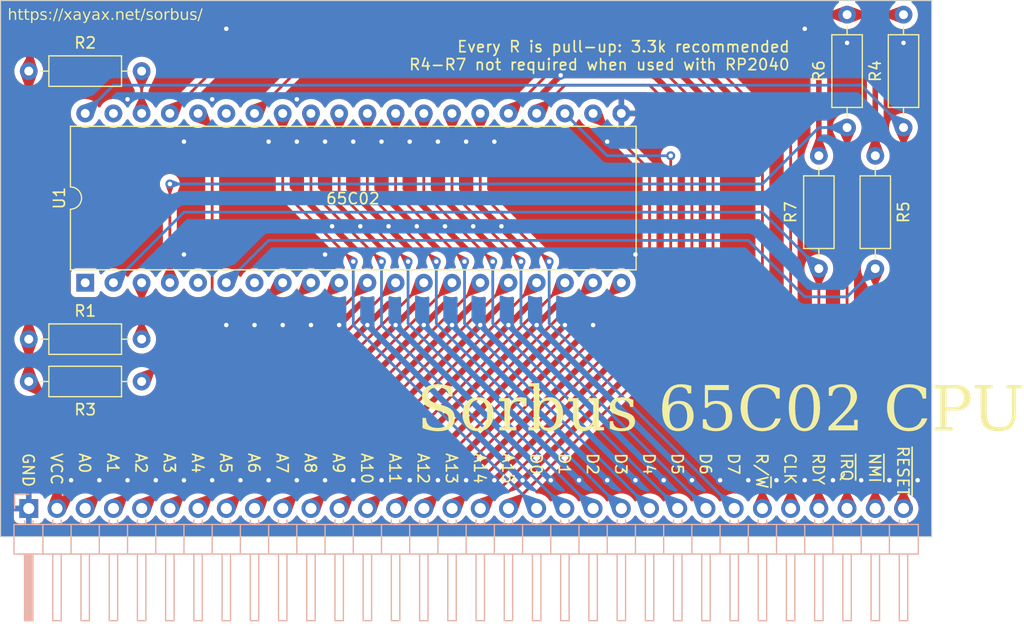
<source format=kicad_pcb>
(kicad_pcb (version 20221018) (generator pcbnew)
  (layers (0 "F.Cu" signal) (31 "B.Cu" signal) (34 "B.Paste" user) (35 "F.Paste" user) (36 "B.SilkS" user "B.Silkscreen") (37 "F.SilkS" user "F.Silkscreen") (38 "B.Mask" user) (39 "F.Mask" user) (44 "Edge.Cuts" user))
  (net 0 "")
  (net 1 "GND")
  (net 2 "VCC")
  (net 3 "A0")
  (net 4 "A1")
  (net 5 "A2")
  (net 6 "A3")
  (net 7 "A4")
  (net 8 "A5")
  (net 9 "A6")
  (net 10 "A7")
  (net 11 "A8")
  (net 12 "A9")
  (net 13 "A10")
  (net 14 "A11")
  (net 15 "A12")
  (net 16 "A13")
  (net 17 "A14")
  (net 18 "A15")
  (net 19 "D0")
  (net 20 "D1")
  (net 21 "D2")
  (net 22 "D3")
  (net 23 "D4")
  (net 24 "D5")
  (net 25 "D6")
  (net 26 "D7")
  (net 27 "R{slash}~{W}")
  (net 28 "CLK")
  (net 29 "RDY")
  (net 30 "~{IRQ}")
  (net 31 "~{NMI}")
  (net 32 "~{RESET}")
  (net 33 "Net-(U1-ϕ1)")
  (net 34 "Net-(U1-~{SO})")
  (net 35 "Net-(U1-BE)")
  (footprint "Resistor_THT:R_Axial_DIN0207_L6.3mm_D2.5mm_P10.16mm_Horizontal" (layer "F.Cu") (at 104.14 49.53 -90)
    (fp_text reference "R5" (at 5.08 -2.54 90) (layer "F.SilkS"))
    (fp_text value "R" hide)
    (pad "1" thru_hole circle (at 0 0 270) (size 1.6 1.6) (drill 0.8) (layers "*.Cu" "*.Mask") (net 2 "VCC"))
    (pad "2" thru_hole oval (at 10.16 0 270) (size 1.6 1.6) (drill 0.8) (layers "*.Cu" "*.Mask") (net 31 "~{NMI}"))
  )
  (footprint "Resistor_THT:R_Axial_DIN0207_L6.3mm_D2.5mm_P10.16mm_Horizontal" (layer "F.Cu") (at 27.94 66.04)
    (fp_text reference "R1" (at 5.08 -2.54) (layer "F.SilkS"))
    (fp_text value "R" hide)
    (pad "1" thru_hole circle (at 0 0) (size 1.6 1.6) (drill 0.8) (layers "*.Cu" "*.Mask") (net 2 "VCC"))
    (pad "2" thru_hole oval (at 10.16 0) (size 1.6 1.6) (drill 0.8) (layers "*.Cu" "*.Mask") (net 33 "Net-(U1-ϕ1)"))
  )
  (footprint "Resistor_THT:R_Axial_DIN0207_L6.3mm_D2.5mm_P10.16mm_Horizontal" (layer "F.Cu") (at 27.94 41.91)
    (fp_text reference "R2" (at 5.08 -2.54) (layer "F.SilkS"))
    (fp_text value "R" hide)
    (pad "1" thru_hole circle (at 0 0) (size 1.6 1.6) (drill 0.8) (layers "*.Cu" "*.Mask") (net 2 "VCC"))
    (pad "2" thru_hole oval (at 10.16 0) (size 1.6 1.6) (drill 0.8) (layers "*.Cu" "*.Mask") (net 34 "Net-(U1-~{SO})"))
  )
  (footprint "Package_DIP:DIP-40_W15.24mm" (layer "F.Cu") (at 33.02 60.96 90)
    (fp_text reference "U1" (at 7.62 -2.33 90) (layer "F.SilkS"))
    (fp_text value "W65C02SxP")
    (pad "1" thru_hole rect (at 0 0 90) (size 1.6 1.6) (drill 0.8) (layers "*.Cu" "*.Mask"))
    (pad "2" thru_hole oval (at 0 2.54 90) (size 1.6 1.6) (drill 0.8) (layers "*.Cu" "*.Mask") (net 29 "RDY"))
    (pad "3" thru_hole oval (at 0 5.08 90) (size 1.6 1.6) (drill 0.8) (layers "*.Cu" "*.Mask") (net 33 "Net-(U1-ϕ1)"))
    (pad "4" thru_hole oval (at 0 7.62 90) (size 1.6 1.6) (drill 0.8) (layers "*.Cu" "*.Mask") (net 30 "~{IRQ}"))
    (pad "5" thru_hole oval (at 0 10.16 90) (size 1.6 1.6) (drill 0.8) (layers "*.Cu" "*.Mask"))
    (pad "6" thru_hole oval (at 0 12.7 90) (size 1.6 1.6) (drill 0.8) (layers "*.Cu" "*.Mask") (net 31 "~{NMI}"))
    (pad "7" thru_hole oval (at 0 15.24 90) (size 1.6 1.6) (drill 0.8) (layers "*.Cu" "*.Mask"))
    (pad "8" thru_hole oval (at 0 17.78 90) (size 1.6 1.6) (drill 0.8) (layers "*.Cu" "*.Mask") (net 2 "VCC"))
    (pad "9" thru_hole oval (at 0 20.32 90) (size 1.6 1.6) (drill 0.8) (layers "*.Cu" "*.Mask") (net 3 "A0"))
    (pad "10" thru_hole oval (at 0 22.86 90) (size 1.6 1.6) (drill 0.8) (layers "*.Cu" "*.Mask") (net 4 "A1"))
    (pad "11" thru_hole oval (at 0 25.4 90) (size 1.6 1.6) (drill 0.8) (layers "*.Cu" "*.Mask") (net 5 "A2"))
    (pad "12" thru_hole oval (at 0 27.94 90) (size 1.6 1.6) (drill 0.8) (layers "*.Cu" "*.Mask") (net 6 "A3"))
    (pad "13" thru_hole oval (at 0 30.48 90) (size 1.6 1.6) (drill 0.8) (layers "*.Cu" "*.Mask") (net 7 "A4"))
    (pad "14" thru_hole oval (at 0 33.02 90) (size 1.6 1.6) (drill 0.8) (layers "*.Cu" "*.Mask") (net 8 "A5"))
    (pad "15" thru_hole oval (at 0 35.56 90) (size 1.6 1.6) (drill 0.8) (layers "*.Cu" "*.Mask") (net 9 "A6"))
    (pad "16" thru_hole oval (at 0 38.1 90) (size 1.6 1.6) (drill 0.8) (layers "*.Cu" "*.Mask") (net 10 "A7"))
    (pad "17" thru_hole oval (at 0 40.64 90) (size 1.6 1.6) (drill 0.8) (layers "*.Cu" "*.Mask") (net 11 "A8"))
    (pad "18" thru_hole oval (at 0 43.18 90) (size 1.6 1.6) (drill 0.8) (layers "*.Cu" "*.Mask") (net 12 "A9"))
    (pad "19" thru_hole oval (at 0 45.72 90) (size 1.6 1.6) (drill 0.8) (layers "*.Cu" "*.Mask") (net 13 "A10"))
    (pad "20" thru_hole oval (at 0 48.26 90) (size 1.6 1.6) (drill 0.8) (layers "*.Cu" "*.Mask") (net 14 "A11"))
    (pad "21" thru_hole oval (at 15.24 48.26 90) (size 1.6 1.6) (drill 0.8) (layers "*.Cu" "*.Mask") (net 1 "GND"))
    (pad "22" thru_hole oval (at 15.24 45.72 90) (size 1.6 1.6) (drill 0.8) (layers "*.Cu" "*.Mask") (net 15 "A12"))
    (pad "23" thru_hole oval (at 15.24 43.18 90) (size 1.6 1.6) (drill 0.8) (layers "*.Cu" "*.Mask") (net 16 "A13"))
    (pad "24" thru_hole oval (at 15.24 40.64 90) (size 1.6 1.6) (drill 0.8) (layers "*.Cu" "*.Mask") (net 17 "A14"))
    (pad "25" thru_hole oval (at 15.24 38.1 90) (size 1.6 1.6) (drill 0.8) (layers "*.Cu" "*.Mask") (net 18 "A15"))
    (pad "26" thru_hole oval (at 15.24 35.56 90) (size 1.6 1.6) (drill 0.8) (layers "*.Cu" "*.Mask") (net 26 "D7"))
    (pad "27" thru_hole oval (at 15.24 33.02 90) (size 1.6 1.6) (drill 0.8) (layers "*.Cu" "*.Mask") (net 25 "D6"))
    (pad "28" thru_hole oval (at 15.24 30.48 90) (size 1.6 1.6) (drill 0.8) (layers "*.Cu" "*.Mask") (net 24 "D5"))
    (pad "29" thru_hole oval (at 15.24 27.94 90) (size 1.6 1.6) (drill 0.8) (layers "*.Cu" "*.Mask") (net 23 "D4"))
    (pad "30" thru_hole oval (at 15.24 25.4 90) (size 1.6 1.6) (drill 0.8) (layers "*.Cu" "*.Mask") (net 22 "D3"))
    (pad "31" thru_hole oval (at 15.24 22.86 90) (size 1.6 1.6) (drill 0.8) (layers "*.Cu" "*.Mask") (net 21 "D2"))
    (pad "32" thru_hole oval (at 15.24 20.32 90) (size 1.6 1.6) (drill 0.8) (layers "*.Cu" "*.Mask") (net 20 "D1"))
    (pad "33" thru_hole oval (at 15.24 17.78 90) (size 1.6 1.6) (drill 0.8) (layers "*.Cu" "*.Mask") (net 19 "D0"))
    (pad "34" thru_hole oval (at 15.24 15.24 90) (size 1.6 1.6) (drill 0.8) (layers "*.Cu" "*.Mask") (net 27 "R{slash}~{W}"))
    (pad "35" thru_hole oval (at 15.24 12.7 90) (size 1.6 1.6) (drill 0.8) (layers "*.Cu" "*.Mask"))
    (pad "36" thru_hole oval (at 15.24 10.16 90) (size 1.6 1.6) (drill 0.8) (layers "*.Cu" "*.Mask") (net 35 "Net-(U1-BE)"))
    (pad "37" thru_hole oval (at 15.24 7.62 90) (size 1.6 1.6) (drill 0.8) (layers "*.Cu" "*.Mask") (net 28 "CLK"))
    (pad "38" thru_hole oval (at 15.24 5.08 90) (size 1.6 1.6) (drill 0.8) (layers "*.Cu" "*.Mask") (net 34 "Net-(U1-~{SO})"))
    (pad "39" thru_hole oval (at 15.24 2.54 90) (size 1.6 1.6) (drill 0.8) (layers "*.Cu" "*.Mask"))
    (pad "40" thru_hole oval (at 15.24 0 90) (size 1.6 1.6) (drill 0.8) (layers "*.Cu" "*.Mask") (net 32 "~{RESET}"))
  )
  (footprint "Resistor_THT:R_Axial_DIN0207_L6.3mm_D2.5mm_P10.16mm_Horizontal" (layer "F.Cu") (at 99.06 49.53 -90)
    (fp_text reference "R7" (at 5.08 2.54 90) (layer "F.SilkS"))
    (fp_text value "R" hide)
    (pad "1" thru_hole circle (at 0 0 270) (size 1.6 1.6) (drill 0.8) (layers "*.Cu" "*.Mask") (net 2 "VCC"))
    (pad "2" thru_hole oval (at 10.16 0 270) (size 1.6 1.6) (drill 0.8) (layers "*.Cu" "*.Mask") (net 29 "RDY"))
  )
  (footprint "Resistor_THT:R_Axial_DIN0207_L6.3mm_D2.5mm_P10.16mm_Horizontal" (layer "F.Cu") (at 101.6 36.83 -90)
    (fp_text reference "R6" (at 5.08 2.54 90) (layer "F.SilkS"))
    (fp_text value "R" hide)
    (pad "1" thru_hole circle (at 0 0 270) (size 1.6 1.6) (drill 0.8) (layers "*.Cu" "*.Mask") (net 2 "VCC"))
    (pad "2" thru_hole oval (at 10.16 0 270) (size 1.6 1.6) (drill 0.8) (layers "*.Cu" "*.Mask") (net 30 "~{IRQ}"))
  )
  (footprint "Resistor_THT:R_Axial_DIN0207_L6.3mm_D2.5mm_P10.16mm_Horizontal" (layer "F.Cu") (at 106.68 36.83 -90)
    (fp_text reference "R4" (at 5.08 2.54 90) (layer "F.SilkS"))
    (fp_text value "R" hide)
    (pad "1" thru_hole circle (at 0 0 270) (size 1.6 1.6) (drill 0.8) (layers "*.Cu" "*.Mask") (net 2 "VCC"))
    (pad "2" thru_hole oval (at 10.16 0 270) (size 1.6 1.6) (drill 0.8) (layers "*.Cu" "*.Mask") (net 32 "~{RESET}"))
  )
  (footprint "Resistor_THT:R_Axial_DIN0207_L6.3mm_D2.5mm_P10.16mm_Horizontal" (layer "F.Cu") (at 27.94 69.85)
    (fp_text reference "R3" (at 5.08 2.54) (layer "F.SilkS"))
    (fp_text value "R" hide)
    (pad "1" thru_hole circle (at 0 0) (size 1.6 1.6) (drill 0.8) (layers "*.Cu" "*.Mask") (net 2 "VCC"))
    (pad "2" thru_hole oval (at 10.16 0) (size 1.6 1.6) (drill 0.8) (layers "*.Cu" "*.Mask") (net 35 "Net-(U1-BE)"))
  )
  (footprint "Connector_PinHeader_2.54mm:PinHeader_1x32_P2.54mm_Horizontal" (layer "B.Cu") (at 27.94 81.28 -90)
    (fp_text reference "J1" hide)
    (fp_text value "Conn_01x32_Pin" hide)
    (pad "1" thru_hole rect (at 0 0 270) (size 1.7 1.7) (drill 1) (layers "*.Cu" "*.Mask") (net 1 "GND"))
    (pad "2" thru_hole oval (at 0 -2.54 270) (size 1.7 1.7) (drill 1) (layers "*.Cu" "*.Mask") (net 2 "VCC"))
    (pad "3" thru_hole oval (at 0 -5.08 270) (size 1.7 1.7) (drill 1) (layers "*.Cu" "*.Mask") (net 3 "A0"))
    (pad "4" thru_hole oval (at 0 -7.62 270) (size 1.7 1.7) (drill 1) (layers "*.Cu" "*.Mask") (net 4 "A1"))
    (pad "5" thru_hole oval (at 0 -10.16 270) (size 1.7 1.7) (drill 1) (layers "*.Cu" "*.Mask") (net 5 "A2"))
    (pad "6" thru_hole oval (at 0 -12.7 270) (size 1.7 1.7) (drill 1) (layers "*.Cu" "*.Mask") (net 6 "A3"))
    (pad "7" thru_hole oval (at 0 -15.24 270) (size 1.7 1.7) (drill 1) (layers "*.Cu" "*.Mask") (net 7 "A4"))
    (pad "8" thru_hole oval (at 0 -17.78 270) (size 1.7 1.7) (drill 1) (layers "*.Cu" "*.Mask") (net 8 "A5"))
    (pad "9" thru_hole oval (at 0 -20.32 270) (size 1.7 1.7) (drill 1) (layers "*.Cu" "*.Mask") (net 9 "A6"))
    (pad "10" thru_hole oval (at 0 -22.86 270) (size 1.7 1.7) (drill 1) (layers "*.Cu" "*.Mask") (net 10 "A7"))
    (pad "11" thru_hole oval (at 0 -25.4 270) (size 1.7 1.7) (drill 1) (layers "*.Cu" "*.Mask") (net 11 "A8"))
    (pad "12" thru_hole oval (at 0 -27.94 270) (size 1.7 1.7) (drill 1) (layers "*.Cu" "*.Mask") (net 12 "A9"))
    (pad "13" thru_hole oval (at 0 -30.48 270) (size 1.7 1.7) (drill 1) (layers "*.Cu" "*.Mask") (net 13 "A10"))
    (pad "14" thru_hole oval (at 0 -33.02 270) (size 1.7 1.7) (drill 1) (layers "*.Cu" "*.Mask") (net 14 "A11"))
    (pad "15" thru_hole oval (at 0 -35.56 270) (size 1.7 1.7) (drill 1) (layers "*.Cu" "*.Mask") (net 15 "A12"))
    (pad "16" thru_hole oval (at 0 -38.1 270) (size 1.7 1.7) (drill 1) (layers "*.Cu" "*.Mask") (net 16 "A13"))
    (pad "17" thru_hole oval (at 0 -40.64 270) (size 1.7 1.7) (drill 1) (layers "*.Cu" "*.Mask") (net 17 "A14"))
    (pad "18" thru_hole oval (at 0 -43.18 270) (size 1.7 1.7) (drill 1) (layers "*.Cu" "*.Mask") (net 18 "A15"))
    (pad "19" thru_hole oval (at 0 -45.72 270) (size 1.7 1.7) (drill 1) (layers "*.Cu" "*.Mask") (net 19 "D0"))
    (pad "20" thru_hole oval (at 0 -48.26 270) (size 1.7 1.7) (drill 1) (layers "*.Cu" "*.Mask") (net 20 "D1"))
    (pad "21" thru_hole oval (at 0 -50.8 270) (size 1.7 1.7) (drill 1) (layers "*.Cu" "*.Mask") (net 21 "D2"))
    (pad "22" thru_hole oval (at 0 -53.34 270) (size 1.7 1.7) (drill 1) (layers "*.Cu" "*.Mask") (net 22 "D3"))
    (pad "23" thru_hole oval (at 0 -55.88 270) (size 1.7 1.7) (drill 1) (layers "*.Cu" "*.Mask") (net 23 "D4"))
    (pad "24" thru_hole oval (at 0 -58.42 270) (size 1.7 1.7) (drill 1) (layers "*.Cu" "*.Mask") (net 24 "D5"))
    (pad "25" thru_hole oval (at 0 -60.96 270) (size 1.7 1.7) (drill 1) (layers "*.Cu" "*.Mask") (net 25 "D6"))
    (pad "26" thru_hole oval (at 0 -63.5 270) (size 1.7 1.7) (drill 1) (layers "*.Cu" "*.Mask") (net 26 "D7"))
    (pad "27" thru_hole oval (at 0 -66.04 270) (size 1.7 1.7) (drill 1) (layers "*.Cu" "*.Mask") (net 27 "R{slash}~{W}"))
    (pad "28" thru_hole oval (at 0 -68.58 270) (size 1.7 1.7) (drill 1) (layers "*.Cu" "*.Mask") (net 28 "CLK"))
    (pad "29" thru_hole oval (at 0 -71.12 270) (size 1.7 1.7) (drill 1) (layers "*.Cu" "*.Mask") (net 29 "RDY"))
    (pad "30" thru_hole oval (at 0 -73.66 270) (size 1.7 1.7) (drill 1) (layers "*.Cu" "*.Mask") (net 30 "~{IRQ}"))
    (pad "31" thru_hole oval (at 0 -76.2 270) (size 1.7 1.7) (drill 1) (layers "*.Cu" "*.Mask") (net 31 "~{NMI}"))
    (pad "32" thru_hole oval (at 0 -78.74 270) (size 1.7 1.7) (drill 1) (layers "*.Cu" "*.Mask") (net 32 "~{RESET}"))
  )
  (gr_line (start 25.4 35.56) (end 109.22 35.56) (stroke (width 0.1)) (layer "Edge.Cuts"))
  (gr_line (start 25.4 83.82) (end 25.4 35.56) (stroke (width 0.1)) (layer "Edge.Cuts"))
  (gr_line (start 109.22 35.56) (end 109.22 83.82) (stroke (width 0.1)) (layer "Edge.Cuts"))
  (gr_line (start 109.22 83.82) (end 25.4 83.82) (stroke (width 0.1)) (layer "Edge.Cuts"))
  (gr_text "D5" (at 85.725 76.2 270) (layer "F.SilkS") (effects (font (size 1 1)) (justify left bottom)))
  (gr_text "A4" (at 42.545 76.2 270) (layer "F.SilkS") (effects (font (size 1 1)) (justify left bottom)))
  (gr_text "A6" (at 47.625 76.2 270) (layer "F.SilkS") (effects (font (size 1 1)) (justify left bottom)))
  (gr_text "~{IRQ}" (at 100.965 76.2 270) (layer "F.SilkS") (effects (font (size 1 1)) (justify left bottom)))
  (gr_text "~{RESET}" (at 106.045 75.565 -90) (layer "F.SilkS") (effects (font (size 1 1)) (justify left bottom)))
  (gr_text "D0" (at 73.025 76.2 270) (layer "F.SilkS") (effects (font (size 1 1)) (justify left bottom)))
  (gr_text "VCC" (at 29.845 76.2 270) (layer "F.SilkS") (effects (font (size 1 1)) (justify left bottom)))
  (gr_text "RDY" (at 98.425 76.2 270) (layer "F.SilkS") (effects (font (size 1 1)) (justify left bottom)))
  (gr_text "D6" (at 88.265 76.2 270) (layer "F.SilkS") (effects (font (size 1 1)) (justify left bottom)))
  (gr_text "A1" (at 34.925 76.2 270) (layer "F.SilkS") (effects (font (size 1 1)) (justify left bottom)))
  (gr_text "A14" (at 67.945 76.2 270) (layer "F.SilkS") (effects (font (size 1 1)) (justify left bottom)))
  (gr_text "A3" (at 40.005 76.2 -90) (layer "F.SilkS") (effects (font (size 1 1)) (justify left bottom)))
  (gr_text "A10" (at 57.785 76.2 270) (layer "F.SilkS") (effects (font (size 1 1)) (justify left bottom)))
  (gr_text "A12" (at 62.865 76.2 270) (layer "F.SilkS") (effects (font (size 1 1)) (justify left bottom)))
  (gr_text "CLK" (at 95.885 76.2 270) (layer "F.SilkS") (effects (font (size 1 1)) (justify left bottom)))
  (gr_text "A11" (at 60.325 76.2 270) (layer "F.SilkS") (effects (font (size 1 1)) (justify left bottom)))
  (gr_text "A5" (at 45.085 76.2 270) (layer "F.SilkS") (effects (font (size 1 1)) (justify left bottom)))
  (gr_text "A2" (at 37.465 76.2 270) (layer "F.SilkS") (effects (font (size 1 1)) (justify left bottom)))
  (gr_text "R/~{W}" (at 93.345 76.2 -90) (layer "F.SilkS") (effects (font (size 1 1)) (justify left bottom)))
  (gr_text "Sorbus 65C02 CPU" (at 62.865 74.93) (layer "F.SilkS") (effects (font (size 4 4) (thickness 0.125)) (justify left bottom)))
  (gr_text "A13" (at 65.405 76.2 270) (layer "F.SilkS") (effects (font (size 1 1)) (justify left bottom)))
  (gr_text "~{NMI}" (at 103.505 76.2 270) (layer "F.SilkS") (effects (font (size 1 1)) (justify left bottom)))
  (gr_text "A0" (at 32.385 76.2 -90) (layer "F.SilkS") (effects (font (size 1 1)) (justify left bottom)))
  (gr_text "A9" (at 55.245 76.2 270) (layer "F.SilkS") (effects (font (size 1 1)) (justify left bottom)))
  (gr_text "Every R is pull-up: 3.3k recommended\nR4-R7 not required when used with RP2040" (at 96.52 41.91) (layer "F.SilkS") (effects (font (size 1 1)) (justify right bottom)))
  (gr_text "GND" (at 27.305 76.2 -90) (layer "F.SilkS") (effects (font (size 1 1)) (justify left bottom)))
  (gr_text "D4" (at 83.185 76.2 270) (layer "F.SilkS") (effects (font (size 1 1)) (justify left bottom)))
  (gr_text "D1" (at 75.565 76.2 270) (layer "F.SilkS") (effects (font (size 1 1)) (justify left bottom)))
  (gr_text "D2" (at 78.105 76.2 270) (layer "F.SilkS") (effects (font (size 1 1)) (justify left bottom)))
  (gr_text "D7" (at 90.805 76.2 270) (layer "F.SilkS") (effects (font (size 1 1)) (justify left bottom)))
  (gr_text "https://xayax.net/sorbus/" (at 26.035 37.465) (layer "F.SilkS") (effects (font (size 1 1)) (justify left bottom)))
  (gr_text "A8" (at 52.705 76.2 270) (layer "F.SilkS") (effects (font (size 1 1)) (justify left bottom)))
  (gr_text "65C02" (at 54.61 53.975) (layer "F.SilkS") (effects (font (size 1 1)) (justify left bottom)))
  (gr_text "D3" (at 80.645 76.2 270) (layer "F.SilkS") (effects (font (size 1 1)) (justify left bottom)))
  (gr_text "A7" (at 50.165 76.2 270) (layer "F.SilkS") (effects (font (size 1 1)) (justify left bottom)))
  (gr_text "A15" (at 70.485 76.2 270) (layer "F.SilkS") (effects (font (size 1 1)) (justify left bottom)))
  (via (at 76.2 64.77) (size 0.8) (drill 0.4) (layers "F.Cu" "B.Cu") (net 1))
  (via (at 62.23 48.26) (size 0.8) (drill 0.4) (layers "F.Cu" "B.Cu") (net 1))
  (via (at 82.55 58.42) (size 0.8) (drill 0.4) (layers "F.Cu" "B.Cu") (net 1))
  (via (at 48.26 64.77) (size 0.8) (drill 0.4) (layers "F.Cu" "B.Cu") (net 1))
  (via (at 90.17 78.74) (size 0.8) (drill 0.4) (layers "F.Cu" "B.Cu") (net 1))
  (via (at 52.07 78.74) (size 0.8) (drill 0.4) (layers "F.Cu" "B.Cu") (net 1))
  (via (at 41.91 58.42) (size 0.8) (drill 0.4) (layers "F.Cu" "B.Cu") (net 1))
  (via (at 39.37 78.74) (size 0.8) (drill 0.4) (layers "F.Cu" "B.Cu") (net 1))
  (via (at 53.34 64.77) (size 0.8) (drill 0.4) (layers "F.Cu" "B.Cu") (net 1))
  (via (at 44.45 44.45) (size 0.8) (drill 0.4) (layers "F.Cu" "B.Cu") (net 1))
  (via (at 57.15 78.74) (size 0.8) (drill 0.4) (layers "F.Cu" "B.Cu") (net 1))
  (via (at 45.72 64.77) (size 0.8) (drill 0.4) (layers "F.Cu" "B.Cu") (net 1))
  (via (at 80.01 48.26) (size 0.8) (drill 0.4) (layers "F.Cu" "B.Cu") (net 1))
  (via (at 57.15 48.26) (size 0.8) (drill 0.4) (layers "F.Cu" "B.Cu") (net 1))
  (via (at 44.45 78.74) (size 0.8) (drill 0.4) (layers "F.Cu" "B.Cu") (net 1))
  (via (at 64.77 48.26) (size 0.8) (drill 0.4) (layers "F.Cu" "B.Cu") (net 1))
  (via (at 54.61 78.74) (size 0.8) (drill 0.4) (layers "F.Cu" "B.Cu") (net 1))
  (via (at 68.58 64.77) (size 0.8) (drill 0.4) (layers "F.Cu" "B.Cu") (net 1))
  (via (at 36.83 78.74) (size 0.8) (drill 0.4) (layers "F.Cu" "B.Cu") (net 1))
  (via (at 107.95 78.74) (size 0.8) (drill 0.4) (layers "F.Cu" "B.Cu") (net 1))
  (via (at 59.69 48.26) (size 0.8) (drill 0.4) (layers "F.Cu" "B.Cu") (net 1))
  (via (at 67.31 78.74) (size 0.8) (drill 0.4) (layers "F.Cu" "B.Cu") (net 1))
  (via (at 69.85 48.26) (size 0.8) (drill 0.4) (layers "F.Cu" "B.Cu") (net 1))
  (via (at 77.47 78.74) (size 0.8) (drill 0.4) (layers "F.Cu" "B.Cu") (net 1))
  (via (at 71.12 64.77) (size 0.8) (drill 0.4) (layers "F.Cu" "B.Cu") (net 1))
  (via (at 57.785 55.88) (size 0.8) (drill 0.4) (layers "F.Cu" "B.Cu") (net 1))
  (via (at 31.75 78.74) (size 0.8) (drill 0.4) (layers "F.Cu" "B.Cu") (net 1))
  (via (at 64.77 78.74) (size 0.8) (drill 0.4) (layers "F.Cu" "B.Cu") (net 1))
  (via (at 85.09 78.74) (size 0.8) (drill 0.4) (layers "F.Cu" "B.Cu") (net 1))
  (via (at 80.01 78.74) (size 0.8) (drill 0.4) (layers "F.Cu" "B.Cu") (net 1))
  (via (at 50.8 64.77) (size 0.8) (drill 0.4) (layers "F.Cu" "B.Cu") (net 1))
  (via (at 46.99 78.74) (size 0.8) (drill 0.4) (layers "F.Cu" "B.Cu") (net 1))
  (via (at 106.68 39.37) (size 0.8) (drill 0.4) (layers "F.Cu" "B.Cu") (net 1))
  (via (at 87.63 78.74) (size 0.8) (drill 0.4) (layers "F.Cu" "B.Cu") (net 1))
  (via (at 102.87 78.74) (size 0.8) (drill 0.4) (layers "F.Cu" "B.Cu") (net 1))
  (via (at 52.07 44.45) (size 0.8) (drill 0.4) (layers "F.Cu" "B.Cu") (net 1))
  (via (at 100.33 78.74) (size 0.8) (drill 0.4) (layers "F.Cu" "B.Cu") (net 1))
  (via (at 55.88 64.77) (size 0.8) (drill 0.4) (layers "F.Cu" "B.Cu") (net 1))
  (via (at 97.79 78.74) (size 0.8) (drill 0.4) (layers "F.Cu" "B.Cu") (net 1))
  (via (at 67.31 48.26) (size 0.8) (drill 0.4) (layers "F.Cu" "B.Cu") (net 1))
  (via (at 97.79 38.1) (size 0.8) (drill 0.4) (layers "F.Cu" "B.Cu") (net 1))
  (via (at 49.53 48.26) (size 0.8) (drill 0.4) (layers "F.Cu" "B.Cu") (net 1))
  (via (at 66.04 64.77) (size 0.8) (drill 0.4) (layers "F.Cu" "B.Cu") (net 1))
  (via (at 101.6 39.37) (size 0.8) (drill 0.4) (layers "F.Cu" "B.Cu") (net 1))
  (via (at 59.69 78.74) (size 0.8) (drill 0.4) (layers "F.Cu" "B.Cu") (net 1))
  (via (at 60.325 55.88) (size 0.8) (drill 0.4) (layers "F.Cu" "B.Cu") (net 1))
  (via (at 58.42 64.77) (size 0.8) (drill 0.4) (layers "F.Cu" "B.Cu") (net 1))
  (via (at 34.29 78.74) (size 0.8) (drill 0.4) (layers "F.Cu" "B.Cu") (net 1))
  (via (at 92.71 78.74) (size 0.8) (drill 0.4) (layers "F.Cu" "B.Cu") (net 1))
  (via (at 69.85 78.74) (size 0.8) (drill 0.4) (layers "F.Cu" "B.Cu") (net 1))
  (via (at 49.53 78.74) (size 0.8) (drill 0.4) (layers "F.Cu" "B.Cu") (net 1))
  (via (at 62.23 78.74) (size 0.8) (drill 0.4) (layers "F.Cu" "B.Cu") (net 1))
  (via (at 36.83 44.45) (size 0.8) (drill 0.4) (layers "F.Cu" "B.Cu") (net 1))
  (via (at 67.945 55.88) (size 0.8) (drill 0.4) (layers "F.Cu" "B.Cu") (net 1))
  (via (at 95.25 78.74) (size 0.8) (drill 0.4) (layers "F.Cu" "B.Cu") (net 1))
  (via (at 63.5 64.77) (size 0.8) (drill 0.4) (layers "F.Cu" "B.Cu") (net 1))
  (via (at 55.245 55.88) (size 0.8) (drill 0.4) (layers "F.Cu" "B.Cu") (net 1))
  (via (at 41.91 78.74) (size 0.8) (drill 0.4) (layers "F.Cu" "B.Cu") (net 1))
  (via (at 54.61 48.26) (size 0.8) (drill 0.4) (layers "F.Cu" "B.Cu") (net 1))
  (via (at 72.39 78.74) (size 0.8) (drill 0.4) (layers "F.Cu" "B.Cu") (net 1))
  (via (at 105.41 78.74) (size 0.8) (drill 0.4) (layers "F.Cu" "B.Cu") (net 1))
  (via (at 82.55 78.74) (size 0.8) (drill 0.4) (layers "F.Cu" "B.Cu") (net 1))
  (via (at 78.74 64.77) (size 0.8) (drill 0.4) (layers "F.Cu" "B.Cu") (net 1))
  (via (at 65.405 55.88) (size 0.8) (drill 0.4) (layers "F.Cu" "B.Cu") (net 1))
  (via (at 52.07 48.26) (size 0.8) (drill 0.4) (layers "F.Cu" "B.Cu") (net 1))
  (via (at 73.66 64.77) (size 0.8) (drill 0.4) (layers "F.Cu" "B.Cu") (net 1))
  (via (at 74.93 78.74) (size 0.8) (drill 0.4) (layers "F.Cu" "B.Cu") (net 1))
  (via (at 54.61 58.42) (size 0.8) (drill 0.4) (layers "F.Cu" "B.Cu") (net 1))
  (via (at 41.91 48.26) (size 0.8) (drill 0.4) (layers "F.Cu" "B.Cu") (net 1))
  (via (at 45.72 38.1) (size 0.8) (drill 0.4) (layers "F.Cu" "B.Cu") (net 1))
  (via (at 70.485 55.88) (size 0.8) (drill 0.4) (layers "F.Cu" "B.Cu") (net 1))
  (via (at 60.96 64.77) (size 0.8) (drill 0.4) (layers "F.Cu" "B.Cu") (net 1))
  (via (at 62.865 55.88) (size 0.8) (drill 0.4) (layers "F.Cu" "B.Cu") (net 1))
  (via (at 75.819 42.291) (size 0.8) (drill 0.4) (layers "F.Cu" "B.Cu") (net 1))
  (segment (start 31.75 36.83) (end 99.06 36.83) (width 0.5) (layer "F.Cu") (net 2))
  (segment (start 27.94 40.64) (end 31.75 36.83) (width 0.5) (layer "F.Cu") (net 2))
  (segment (start 27.94 41.91) (end 27.94 66.04) (width 0.5) (layer "F.Cu") (net 2))
  (segment (start 27.94 69.85) (end 27.94 66.04) (width 0.5) (layer "F.Cu") (net 2))
  (segment (start 101.6 36.83) (end 104.14 36.83) (width 0.5) (layer "F.Cu") (net 2))
  (segment (start 104.14 49.53) (end 104.14 36.83) (width 0.5) (layer "F.Cu") (net 2))
  (segment (start 27.94 41.91) (end 27.94 40.64) (width 0.5) (layer "F.Cu") (net 2))
  (segment (start 30.48 81.28) (end 50.8 60.96) (width 0.5) (layer "F.Cu") (net 2))
  (segment (start 99.06 49.53) (end 99.06 36.83) (width 0.5) (layer "F.Cu") (net 2))
  (segment (start 30.48 81.28) (end 30.48 72.39) (width 0.5) (layer "F.Cu") (net 2))
  (segment (start 99.06 36.83) (end 101.6 36.83) (width 0.5) (layer "F.Cu") (net 2))
  (segment (start 104.14 36.83) (end 106.68 36.83) (width 0.5) (layer "F.Cu") (net 2))
  (segment (start 30.48 72.39) (end 27.94 69.85) (width 0.5) (layer "F.Cu") (net 2))
  (segment (start 33.02 81.28) (end 53.34 60.96) (width 0.25) (layer "F.Cu") (net 3))
  (segment (start 35.56 81.28) (end 55.88 60.96) (width 0.25) (layer "F.Cu") (net 4))
  (segment (start 38.1 81.28) (end 58.42 60.96) (width 0.25) (layer "F.Cu") (net 5))
  (segment (start 40.64 81.28) (end 60.96 60.96) (width 0.25) (layer "F.Cu") (net 6))
  (segment (start 43.18 81.28) (end 63.5 60.96) (width 0.25) (layer "F.Cu") (net 7))
  (segment (start 45.72 81.28) (end 66.04 60.96) (width 0.25) (layer "F.Cu") (net 8))
  (segment (start 48.26 81.28) (end 68.58 60.96) (width 0.25) (layer "F.Cu") (net 9))
  (segment (start 50.8 81.28) (end 71.12 60.96) (width 0.25) (layer "F.Cu") (net 10))
  (segment (start 53.34 81.28) (end 73.66 60.96) (width 0.25) (layer "F.Cu") (net 11))
  (segment (start 55.88 81.28) (end 76.2 60.96) (width 0.25) (layer "F.Cu") (net 12))
  (segment (start 58.42 81.28) (end 78.74 60.96) (width 0.25) (layer "F.Cu") (net 13))
  (segment (start 60.96 81.28) (end 81.28 60.96) (width 0.25) (layer "F.Cu") (net 14))
  (segment (start 83.82 50.8) (end 78.74 45.72) (width 0.25) (layer "F.Cu") (net 15))
  (segment (start 83.82 60.96) (end 83.82 50.8) (width 0.25) (layer "F.Cu") (net 15))
  (segment (start 63.5 81.28) (end 83.82 60.96) (width 0.25) (layer "F.Cu") (net 15))
  (segment (start 85.725 61.595) (end 85.725 49.53) (width 0.25) (layer "F.Cu") (net 16))
  (segment (start 66.04 81.28) (end 85.725 61.595) (width 0.25) (layer "F.Cu") (net 16))
  (via (at 85.725 49.53) (size 0.8) (drill 0.4) (layers "F.Cu" "B.Cu") (net 16))
  (segment (start 76.2 45.72) (end 80.01 49.53) (width 0.25) (layer "B.Cu") (net 16))
  (segment (start 80.01 49.53) (end 85.725 49.53) (width 0.25) (layer "B.Cu") (net 16))
  (segment (start 87.63 62.23) (end 87.63 46.99) (width 0.25) (layer "F.Cu") (net 17))
  (segment (start 76.2 43.18) (end 73.66 45.72) (width 0.25) (layer "F.Cu") (net 17))
  (segment (start 68.58 81.28) (end 87.63 62.23) (width 0.25) (layer "F.Cu") (net 17))
  (segment (start 83.82 43.18) (end 76.2 43.18) (width 0.25) (layer "F.Cu") (net 17))
  (segment (start 87.63 46.99) (end 83.82 43.18) (width 0.25) (layer "F.Cu") (net 17))
  (segment (start 71.12 45.72) (end 75.565 41.275) (width 0.25) (layer "F.Cu") (net 18))
  (segment (start 84.455 41.275) (end 89.535 46.355) (width 0.25) (layer "F.Cu") (net 18))
  (segment (start 89.535 62.865) (end 71.12 81.28) (width 0.25) (layer "F.Cu") (net 18))
  (segment (start 75.565 41.275) (end 84.455 41.275) (width 0.25) (layer "F.Cu") (net 18))
  (segment (start 89.535 46.355) (end 89.535 62.865) (width 0.25) (layer "F.Cu") (net 18))
  (segment (start 50.8 45.72) (end 50.8 52.705) (width 0.25) (layer "F.Cu") (net 19))
  (segment (start 50.8 52.705) (end 57.15 59.055) (width 0.25) (layer "F.Cu") (net 19))
  (via (at 57.15 59.055) (size 0.8) (drill 0.4) (layers "F.Cu" "B.Cu") (net 19))
  (segment (start 73.66 81.28) (end 57.15 64.77) (width 0.25) (layer "B.Cu") (net 19))
  (segment (start 57.15 64.77) (end 57.15 59.055) (width 0.25) (layer "B.Cu") (net 19))
  (segment (start 53.34 45.72) (end 53.34 52.705) (width 0.25) (layer "F.Cu") (net 20))
  (segment (start 53.34 52.705) (end 59.69 59.055) (width 0.25) (layer "F.Cu") (net 20))
  (via (at 59.69 59.055) (size 0.8) (drill 0.4) (layers "F.Cu" "B.Cu") (net 20))
  (segment (start 59.69 64.77) (end 59.69 59.055) (width 0.25) (layer "B.Cu") (net 20))
  (segment (start 76.2 81.28) (end 59.69 64.77) (width 0.25) (layer "B.Cu") (net 20))
  (segment (start 55.88 52.85) (end 62.085 59.055) (width 0.25) (layer "F.Cu") (net 21))
  (segment (start 55.88 45.72) (end 55.88 52.85) (width 0.25) (layer "F.Cu") (net 21))
  (via (at 62.085 59.055) (size 0.8) (drill 0.4) (layers "F.Cu" "B.Cu") (net 21))
  (segment (start 62.085 64.625) (end 62.085 59.055) (width 0.25) (layer "B.Cu") (net 21))
  (segment (start 78.74 81.28) (end 62.085 64.625) (width 0.25) (layer "B.Cu") (net 21))
  (segment (start 58.42 52.85) (end 64.625 59.055) (width 0.25) (layer "F.Cu") (net 22))
  (segment (start 58.42 45.72) (end 58.42 52.85) (width 0.25) (layer "F.Cu") (net 22))
  (via (at 64.625 59.055) (size 0.8) (drill 0.4) (layers "F.Cu" "B.Cu") (net 22))
  (segment (start 64.625 64.625) (end 64.625 59.055) (width 0.25) (layer "B.Cu") (net 22))
  (segment (start 81.28 81.28) (end 64.625 64.625) (width 0.25) (layer "B.Cu") (net 22))
  (segment (start 60.96 52.85) (end 67.165 59.055) (width 0.25) (layer "F.Cu") (net 23))
  (segment (start 60.96 45.72) (end 60.96 52.85) (width 0.25) (layer "F.Cu") (net 23))
  (via (at 67.165 59.055) (size 0.8) (drill 0.4) (layers "F.Cu" "B.Cu") (net 23))
  (segment (start 67.165 64.625) (end 67.165 59.055) (width 0.25) (layer "B.Cu") (net 23))
  (segment (start 83.82 81.28) (end 67.165 64.625) (width 0.25) (layer "B.Cu") (net 23))
  (segment (start 63.5 52.85) (end 69.705 59.055) (width 0.25) (layer "F.Cu") (net 24))
  (segment (start 63.5 45.72) (end 63.5 52.85) (width 0.25) (layer "F.Cu") (net 24))
  (via (at 69.705 59.055) (size 0.8) (drill 0.4) (layers "F.Cu" "B.Cu") (net 24))
  (segment (start 86.36 81.28) (end 69.705 64.625) (width 0.25) (layer "B.Cu") (net 24))
  (segment (start 69.705 64.625) (end 69.705 59.055) (width 0.25) (layer "B.Cu") (net 24))
  (segment (start 66.04 45.72) (end 66.04 52.85) (width 0.25) (layer "F.Cu") (net 25))
  (segment (start 66.04 52.85) (end 72.245 59.055) (width 0.25) (layer "F.Cu") (net 25))
  (via (at 72.245 59.055) (size 0.8) (drill 0.4) (layers "F.Cu" "B.Cu") (net 25))
  (segment (start 88.9 81.28) (end 72.245 64.625) (width 0.25) (layer "B.Cu") (net 25))
  (segment (start 72.245 64.625) (end 72.245 59.055) (width 0.25) (layer "B.Cu") (net 25))
  (segment (start 68.58 52.85) (end 74.785 59.055) (width 0.25) (layer "F.Cu") (net 26))
  (segment (start 68.58 45.72) (end 68.58 52.85) (width 0.25) (layer "F.Cu") (net 26))
  (via (at 74.785 59.055) (size 0.8) (drill 0.4) (layers "F.Cu" "B.Cu") (net 26))
  (segment (start 74.785 64.625) (end 74.785 59.055) (width 0.25) (layer "B.Cu") (net 26))
  (segment (start 91.44 81.28) (end 74.785 64.625) (width 0.25) (layer "B.Cu") (net 26))
  (segment (start 85.09 39.37) (end 93.98 48.26) (width 0.25) (layer "F.Cu") (net 27))
  (segment (start 93.98 48.26) (end 93.98 81.28) (width 0.25) (layer "F.Cu") (net 27))
  (segment (start 54.61 39.37) (end 85.09 39.37) (width 0.25) (layer "F.Cu") (net 27))
  (segment (start 48.26 45.72) (end 54.61 39.37) (width 0.25) (layer "F.Cu") (net 27))
  (segment (start 96.52 48.26) (end 96.52 81.28) (width 0.25) (layer "F.Cu") (net 28))
  (segment (start 85.725 37.465) (end 96.52 48.26) (width 0.25) (layer "F.Cu") (net 28))
  (segment (start 40.64 45.72) (end 48.895 37.465) (width 0.25) (layer "F.Cu") (net 28))
  (segment (start 48.895 37.465) (end 85.725 37.465) (width 0.25) (layer "F.Cu") (net 28))
  (segment (start 99.06 81.28) (end 99.06 59.69) (width 0.25) (layer "F.Cu") (net 29))
  (segment (start 93.98 54.61) (end 99.06 59.69) (width 0.25) (layer "B.Cu") (net 29))
  (segment (start 41.91 54.61) (end 93.98 54.61) (width 0.25) (layer "B.Cu") (net 29))
  (segment (start 35.56 60.96) (end 41.91 54.61) (width 0.25) (layer "B.Cu") (net 29))
  (segment (start 40.64 60.96) (end 40.64 52.07) (width 0.25) (layer "F.Cu") (net 30))
  (segment (start 101.6 46.99) (end 101.6 81.28) (width 0.25) (layer "F.Cu") (net 30))
  (via (at 40.64 52.07) (size 0.8) (drill 0.4) (layers "F.Cu" "B.Cu") (net 30))
  (segment (start 99.06 46.99) (end 101.6 46.99) (width 0.25) (layer "B.Cu") (net 30))
  (segment (start 93.98 52.07) (end 99.06 46.99) (width 0.25) (layer "B.Cu") (net 30))
  (segment (start 40.64 52.07) (end 93.98 52.07) (width 0.25) (layer "B.Cu") (net 30))
  (segment (start 104.14 59.69) (end 104.14 81.28) (width 0.25) (layer "F.Cu") (net 31))
  (segment (start 97.79 62.23) (end 101.6 62.23) (width 0.25) (layer "B.Cu") (net 31))
  (segment (start 49.53 57.15) (end 92.71 57.15) (width 0.25) (layer "B.Cu") (net 31))
  (segment (start 92.71 57.15) (end 97.79 62.23) (width 0.25) (layer "B.Cu") (net 31))
  (segment (start 101.6 62.23) (end 104.14 59.69) (width 0.25) (layer "B.Cu") (net 31))
  (segment (start 45.72 60.96) (end 49.53 57.15) (width 0.25) (layer "B.Cu") (net 31))
  (segment (start 106.68 81.28) (end 106.68 46.99) (width 0.25) (layer "F.Cu") (net 32))
  (segment (start 33.02 45.72) (end 35.56 43.18) (width 0.25) (layer "B.Cu") (net 32))
  (segment (start 35.56 43.18) (end 102.87 43.18) (width 0.25) (layer "B.Cu") (net 32))
  (segment (start 102.87 43.18) (end 106.68 46.99) (width 0.25) (layer "B.Cu") (net 32))
  (segment (start 38.1 60.96) (end 38.1 66.04) (width 0.25) (layer "F.Cu") (net 33))
  (segment (start 38.1 41.91) (end 38.1 45.72) (width 0.25) (layer "F.Cu") (net 34))
  (segment (start 44.45 46.99) (end 44.45 63.5) (width 0.25) (layer "F.Cu") (net 35))
  (segment (start 44.45 63.5) (end 38.1 69.85) (width 0.25) (layer "F.Cu") (net 35))
  (segment (start 43.18 45.72) (end 44.45 46.99) (width 0.25) (layer "F.Cu") (net 35))
  (zone (net 1) (net_name "GND") (layer "F.Cu") (connect_pads (clearance 0.5)) (min_thickness 0.25) (fill yes (thermal_gap 0.5) (thermal_bridge_width 0.5))
    (polygon (pts (xy 25.4 35.56) (xy 109.22 35.56) (xy 109.22 83.82) (xy 25.4 83.82)))
  )
  (zone (net 1) (net_name "GND") (layer "B.Cu") (priority 1) (connect_pads (clearance 0.5)) (min_thickness 0.25) (fill yes (thermal_gap 0.5) (thermal_bridge_width 0.5))
    (polygon (pts (xy 109.22 35.56) (xy 109.22 83.82) (xy 25.4 83.82) (xy 25.4 35.56)))
  )
)
</source>
